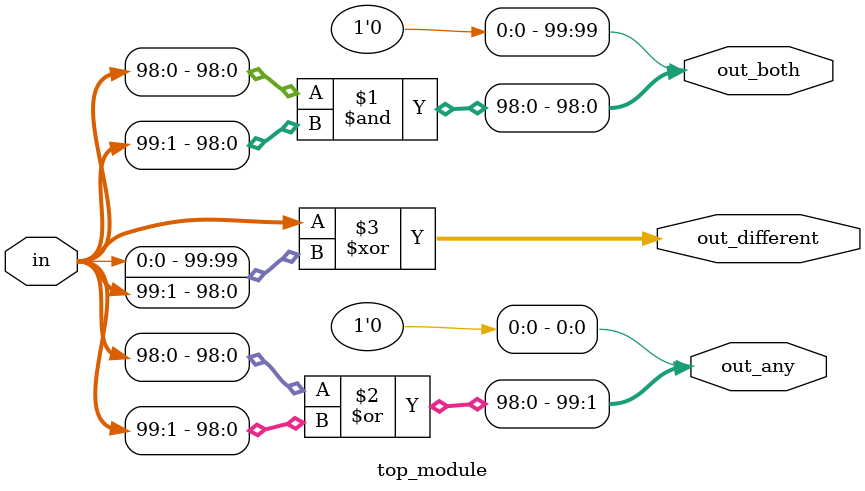
<source format=v>

module top_module (
  input  [99:0] in,
  output [99:0] out_both,
  output [99:0] out_any,
  output [99:0] out_different
);

  assign out_both = { 1'b0, (in[98:0] & in[99:1]) };

  assign out_any = { (in[98:0] | in[99:1]), 1'b0 };

  assign out_different = in ^ { in[0], in[99:1] };

endmodule


</source>
